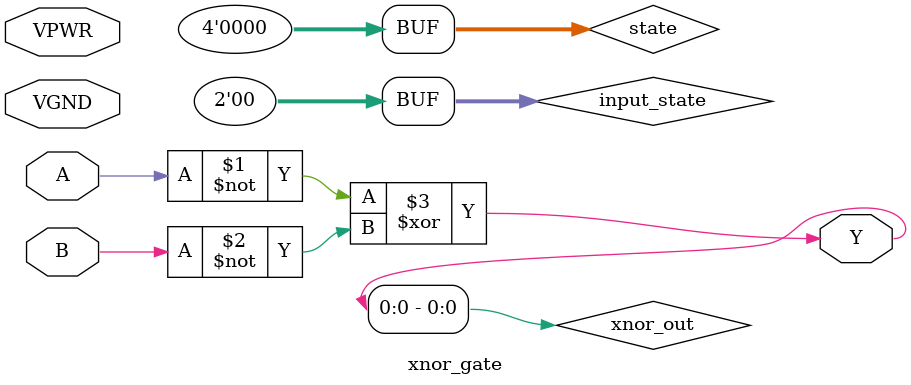
<source format=v>

module xnor_gate(
    input A,
    input B,
    input VPWR,
    input VGND,
    output Y
);

    reg [3:0] state = 4'b0000;
    reg [1:0] input_state = 2'b00;
    wire [1:0] xnor_out;

    assign xnor_out = {~A ^ ~B, ~A ^ ~B};
    assign Y = input_state == 2'b00 ? xnor_out[0] :
               input_state == 2'b01 ? xnor_out[1] :
               input_state == 2'b10 ? xnor_out[0] & xnor_out[1] :
               ~xnor_out[0] & ~xnor_out[1];

endmodule
</source>
